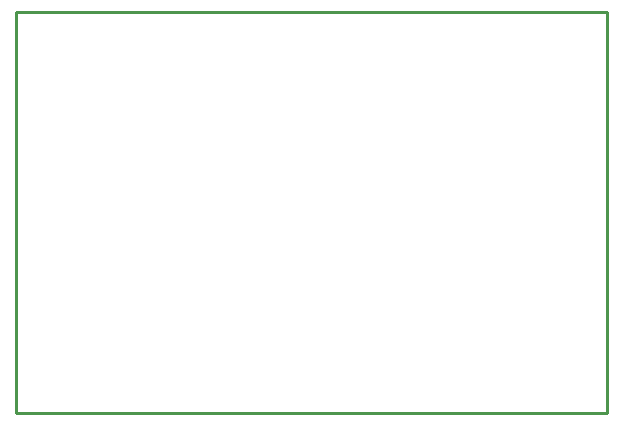
<source format=gko>
G04 Layer: BoardOutlineLayer*
G04 EasyEDA v6.4.32, 2022-06-17 11:56:41*
G04 Gerber Generator version 0.2*
G04 Scale: 100 percent, Rotated: No, Reflected: No *
G04 Dimensions in millimeters *
G04 leading zeros omitted , absolute positions ,4 integer and 5 decimal *
%FSLAX45Y45*%
%MOMM*%

%ADD10C,0.2540*%
D10*
X700001Y6899998D02*
G01*
X5699998Y6899998D01*
X5699998Y3500000D01*
X700001Y3500000D01*
X700001Y6899998D01*

%LPD*%
M02*

</source>
